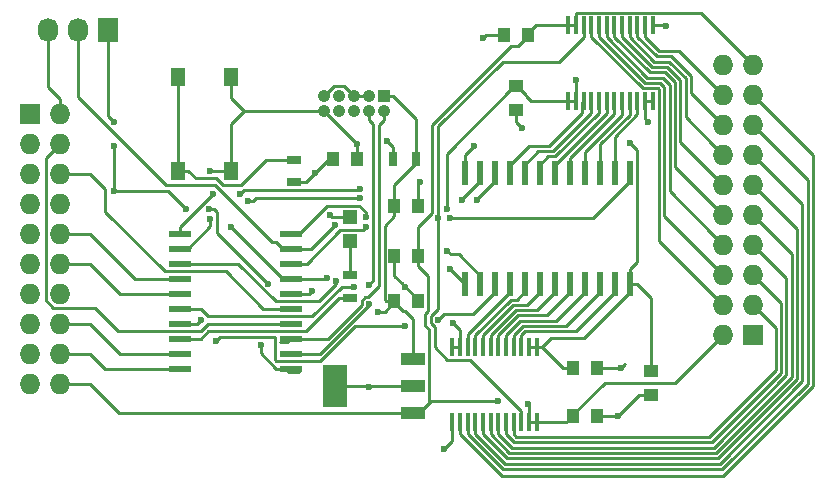
<source format=gtl>
G04 #@! TF.FileFunction,Copper,L1,Top,Signal*
%FSLAX46Y46*%
G04 Gerber Fmt 4.6, Leading zero omitted, Abs format (unit mm)*
G04 Created by KiCad (PCBNEW 4.0.1-stable) date Wednesday, August 10, 2016 'PMt' 07:16:23 PM*
%MOMM*%
G01*
G04 APERTURE LIST*
%ADD10C,0.100000*%
%ADD11R,1.950000X0.600000*%
%ADD12R,1.000000X1.250000*%
%ADD13R,1.198880X1.198880*%
%ADD14R,1.300000X0.700000*%
%ADD15R,0.700000X1.300000*%
%ADD16R,2.032000X3.657600*%
%ADD17R,2.032000X1.016000*%
%ADD18R,1.050000X1.050000*%
%ADD19C,1.050000*%
%ADD20R,1.300000X1.550000*%
%ADD21R,1.727200X1.727200*%
%ADD22O,1.727200X1.727200*%
%ADD23R,1.727200X2.032000*%
%ADD24O,1.727200X2.032000*%
%ADD25R,0.600000X2.000000*%
%ADD26R,0.400000X1.500000*%
%ADD27R,1.250000X1.000000*%
%ADD28C,0.600000*%
%ADD29C,0.250000*%
G04 APERTURE END LIST*
D10*
D11*
X131536458Y-130380810D03*
X131536458Y-131650810D03*
X131536458Y-132920810D03*
X131536458Y-134190810D03*
X131536458Y-135460810D03*
X131536458Y-136730810D03*
X131536458Y-138000810D03*
X131536458Y-139270810D03*
X131536458Y-140540810D03*
X131536458Y-141810810D03*
X140936458Y-141810810D03*
X140936458Y-140540810D03*
X140936458Y-139270810D03*
X140936458Y-138000810D03*
X140936458Y-136730810D03*
X140936458Y-135460810D03*
X140936458Y-134190810D03*
X140936458Y-132920810D03*
X140936458Y-131650810D03*
X140936458Y-130380810D03*
D12*
X146526458Y-124025810D03*
X144526458Y-124025810D03*
X151676458Y-128025810D03*
X149676458Y-128025810D03*
X151716458Y-132225810D03*
X149716458Y-132225810D03*
X149716458Y-136065810D03*
X151716458Y-136065810D03*
D13*
X145966458Y-131023850D03*
X145966458Y-128925810D03*
D14*
X145966458Y-133875810D03*
X145966458Y-135775810D03*
D15*
X151526458Y-124025810D03*
X149626458Y-124025810D03*
D14*
X141200458Y-124093810D03*
X141200458Y-125993810D03*
D16*
X144672458Y-143265810D03*
D17*
X151276458Y-143265810D03*
X151276458Y-140979810D03*
X151276458Y-145551810D03*
D18*
X148820458Y-118693810D03*
D19*
X147550458Y-118693810D03*
X146280458Y-118693810D03*
X145010458Y-118693810D03*
X143740458Y-118693810D03*
X147550458Y-119963810D03*
X146280458Y-119963810D03*
X145010458Y-119963810D03*
X143740458Y-119963810D03*
X148820458Y-119963810D03*
D20*
X131366458Y-117093810D03*
X135866458Y-117093810D03*
X135866458Y-125043810D03*
X131366458Y-125043810D03*
D21*
X118872000Y-120217810D03*
D22*
X121412000Y-120217810D03*
X118872000Y-122757810D03*
X121412000Y-122757810D03*
X118872000Y-125297810D03*
X121412000Y-125297810D03*
X118872000Y-127837810D03*
X121412000Y-127837810D03*
X118872000Y-130377810D03*
X121412000Y-130377810D03*
X118872000Y-132917810D03*
X121412000Y-132917810D03*
X118872000Y-135457810D03*
X121412000Y-135457810D03*
X118872000Y-137997810D03*
X121412000Y-137997810D03*
X118872000Y-140537810D03*
X121412000Y-140537810D03*
X118872000Y-143077810D03*
X121412000Y-143077810D03*
D23*
X125452458Y-113105810D03*
D24*
X122912458Y-113105810D03*
X120372458Y-113105810D03*
D21*
X180086000Y-138938000D03*
D22*
X177546000Y-138938000D03*
X180086000Y-136398000D03*
X177546000Y-136398000D03*
X180086000Y-133858000D03*
X177546000Y-133858000D03*
X180086000Y-131318000D03*
X177546000Y-131318000D03*
X180086000Y-128778000D03*
X177546000Y-128778000D03*
X180086000Y-126238000D03*
X177546000Y-126238000D03*
X180086000Y-123698000D03*
X177546000Y-123698000D03*
X180086000Y-121158000D03*
X177546000Y-121158000D03*
X180086000Y-118618000D03*
X177546000Y-118618000D03*
X180086000Y-116078000D03*
X177546000Y-116078000D03*
D25*
X169672000Y-134620000D03*
X168402000Y-134620000D03*
X167132000Y-134620000D03*
X165862000Y-134620000D03*
X164592000Y-134620000D03*
X163322000Y-134620000D03*
X162052000Y-134620000D03*
X160782000Y-134620000D03*
X159512000Y-134620000D03*
X158242000Y-134620000D03*
X156972000Y-134620000D03*
X155702000Y-134620000D03*
X169672000Y-125220000D03*
X168402000Y-125220000D03*
X167132000Y-125220000D03*
X165862000Y-125220000D03*
X164592000Y-125220000D03*
X163322000Y-125220000D03*
X162052000Y-125220000D03*
X160782000Y-125220000D03*
X159512000Y-125220000D03*
X158242000Y-125220000D03*
X156972000Y-125220000D03*
X155702000Y-125220000D03*
D26*
X161776000Y-146354000D03*
X161126000Y-146354000D03*
X160476000Y-146354000D03*
X159826000Y-146354000D03*
X159176000Y-146354000D03*
X158526000Y-146354000D03*
X157876000Y-146354000D03*
X157226000Y-146354000D03*
X156576000Y-146354000D03*
X155926000Y-146354000D03*
X155276000Y-146354000D03*
X154626000Y-146354000D03*
X161776000Y-139954000D03*
X161126000Y-139954000D03*
X160476000Y-139954000D03*
X159826000Y-139954000D03*
X159176000Y-139954000D03*
X158526000Y-139954000D03*
X157876000Y-139954000D03*
X157226000Y-139954000D03*
X156576000Y-139954000D03*
X155926000Y-139954000D03*
X155276000Y-139954000D03*
X154626000Y-139954000D03*
X164450000Y-112726000D03*
X165100000Y-112726000D03*
X165750000Y-112726000D03*
X166400000Y-112726000D03*
X167050000Y-112726000D03*
X167700000Y-112726000D03*
X168350000Y-112726000D03*
X169000000Y-112726000D03*
X169650000Y-112726000D03*
X170300000Y-112726000D03*
X170950000Y-112726000D03*
X171600000Y-112726000D03*
X164450000Y-119126000D03*
X165100000Y-119126000D03*
X165750000Y-119126000D03*
X166400000Y-119126000D03*
X167050000Y-119126000D03*
X167700000Y-119126000D03*
X168350000Y-119126000D03*
X169000000Y-119126000D03*
X169650000Y-119126000D03*
X170300000Y-119126000D03*
X170950000Y-119126000D03*
X171600000Y-119126000D03*
D27*
X171450000Y-144018000D03*
X171450000Y-142018000D03*
X159996458Y-119872000D03*
X159996458Y-117872000D03*
D12*
X166846000Y-141732000D03*
X164846000Y-141732000D03*
X159020000Y-113538000D03*
X161020000Y-113538000D03*
X166846000Y-145796000D03*
X164846000Y-145796000D03*
D28*
X156464000Y-122936000D03*
X144272000Y-128778000D03*
X151892000Y-125984000D03*
X143002000Y-125222000D03*
X150622000Y-134874000D03*
X153924000Y-148590000D03*
X154686000Y-137922000D03*
X160528000Y-121412000D03*
X157226000Y-113792000D03*
X171196000Y-120904000D03*
X172720000Y-112776000D03*
X168656000Y-145796000D03*
X168910000Y-141732000D03*
X142724458Y-135203810D03*
X147550458Y-143331810D03*
X133996279Y-128253631D03*
X138383563Y-139771021D03*
X139038700Y-134598790D03*
X146526458Y-122749810D03*
X149074458Y-122503810D03*
X134088458Y-125043810D03*
X161036000Y-144780000D03*
X158496000Y-144526000D03*
X125984000Y-122936000D03*
X125984000Y-120904000D03*
X125984000Y-126746000D03*
X132080000Y-128270000D03*
X135890000Y-129794000D03*
X144009425Y-134150982D03*
X148312450Y-136981810D03*
X147566479Y-136350991D03*
X147550458Y-134695810D03*
X154138859Y-128287630D03*
X144674965Y-129647766D03*
X165100000Y-117348000D03*
X169672000Y-122682000D03*
X146810538Y-126576367D03*
X156718000Y-127508000D03*
X136652000Y-127000000D03*
X134366000Y-127000000D03*
X134112000Y-129168980D03*
X146817441Y-127376349D03*
X137291801Y-127625020D03*
X155448000Y-127508000D03*
X154178000Y-131826000D03*
X144780000Y-134366000D03*
X154432000Y-133350000D03*
X146304000Y-134874000D03*
X153416000Y-137668000D03*
X150622000Y-138176000D03*
X134620000Y-139446000D03*
X133350000Y-137668000D03*
X154432000Y-129032000D03*
X147320000Y-129794000D03*
X147320000Y-128993987D03*
X153416000Y-129032004D03*
D29*
X170434000Y-144018000D02*
X168656000Y-145796000D01*
X171450000Y-144018000D02*
X170434000Y-144018000D01*
X155702000Y-125220000D02*
X155702000Y-123698000D01*
X155702000Y-123698000D02*
X156464000Y-122936000D01*
X144419810Y-128925810D02*
X144272000Y-128778000D01*
X145966458Y-128925810D02*
X144419810Y-128925810D01*
X151676458Y-128025810D02*
X151676458Y-126199542D01*
X151676458Y-126199542D02*
X151892000Y-125984000D01*
X144526458Y-124025810D02*
X144198190Y-124025810D01*
X144198190Y-124025810D02*
X143002000Y-125222000D01*
X142230190Y-125993810D02*
X142702001Y-125521999D01*
X142702001Y-125521999D02*
X143002000Y-125222000D01*
X141200458Y-125993810D02*
X142230190Y-125993810D01*
X150649648Y-134874000D02*
X150622000Y-134874000D01*
X149716458Y-132225810D02*
X149716458Y-133968458D01*
X151716458Y-135940810D02*
X150649648Y-134874000D01*
X149716458Y-133968458D02*
X150322001Y-134574001D01*
X151716458Y-136065810D02*
X151716458Y-135940810D01*
X150322001Y-134574001D02*
X150622000Y-134874000D01*
X154626000Y-146354000D02*
X154626000Y-147888000D01*
X154626000Y-147888000D02*
X153924000Y-148590000D01*
X155276000Y-139954000D02*
X155276000Y-138512000D01*
X155276000Y-138512000D02*
X154686000Y-137922000D01*
X154626000Y-139954000D02*
X155276000Y-139954000D01*
X151676458Y-128025810D02*
X151676458Y-128150810D01*
X159996458Y-119872000D02*
X159996458Y-120880458D01*
X159996458Y-120880458D02*
X160528000Y-121412000D01*
X159020000Y-113538000D02*
X157480000Y-113538000D01*
X157480000Y-113538000D02*
X157226000Y-113792000D01*
X169209999Y-141432001D02*
X168910000Y-141732000D01*
X170950000Y-119126000D02*
X170950000Y-120658000D01*
X170950000Y-120658000D02*
X171196000Y-120904000D01*
X170950000Y-119126000D02*
X171600000Y-119126000D01*
X171600000Y-112726000D02*
X172670000Y-112726000D01*
X172670000Y-112726000D02*
X172720000Y-112776000D01*
X166846000Y-145796000D02*
X168656000Y-145796000D01*
X166846000Y-141732000D02*
X168910000Y-141732000D01*
X140936458Y-135460810D02*
X142467458Y-135460810D01*
X142467458Y-135460810D02*
X142724458Y-135203810D01*
X146280458Y-118693810D02*
X145430457Y-117843809D01*
X145430457Y-117843809D02*
X144590459Y-117843809D01*
X144590459Y-117843809D02*
X144265457Y-118168811D01*
X144265457Y-118168811D02*
X143740458Y-118693810D01*
X147550458Y-118693810D02*
X146280458Y-118693810D01*
X149716458Y-132350810D02*
X149716458Y-132225810D01*
X144672458Y-143265810D02*
X147484458Y-143265810D01*
X147484458Y-143265810D02*
X147550458Y-143331810D01*
X151276458Y-143265810D02*
X147616458Y-143265810D01*
X147616458Y-143265810D02*
X147550458Y-143331810D01*
X134420543Y-128253631D02*
X133996279Y-128253631D01*
X134737001Y-128570089D02*
X134420543Y-128253631D01*
X139038700Y-134598790D02*
X134737001Y-130297091D01*
X134737001Y-130297091D02*
X134737001Y-128570089D01*
X139710045Y-141810810D02*
X138383563Y-140484328D01*
X140936458Y-141810810D02*
X139710045Y-141810810D01*
X138383563Y-140195285D02*
X138383563Y-139771021D01*
X138383563Y-140484328D02*
X138383563Y-140195285D01*
X149626458Y-124025810D02*
X149626458Y-123055810D01*
X149626458Y-123055810D02*
X149074458Y-122503810D01*
X134088458Y-125043810D02*
X135866458Y-125043810D01*
X136964458Y-119963810D02*
X135866458Y-121061810D01*
X135866458Y-121061810D02*
X135866458Y-125043810D01*
X136964458Y-119963810D02*
X135866458Y-118865810D01*
X135866458Y-118865810D02*
X135866458Y-117093810D01*
X143740458Y-119963810D02*
X136964458Y-119963810D01*
X146526458Y-124025810D02*
X146526458Y-122749810D01*
X146526458Y-122749810D02*
X143740458Y-119963810D01*
X149626458Y-124025810D02*
X149626458Y-123725810D01*
X140678218Y-142046570D02*
X141611938Y-142046570D01*
X140678218Y-142046570D02*
X141571298Y-142046570D01*
X123928458Y-143077810D02*
X121412000Y-143077810D01*
X160194999Y-114488001D02*
X161020000Y-113663000D01*
X161020000Y-113663000D02*
X161020000Y-113538000D01*
X151716458Y-132225810D02*
X151716458Y-129806538D01*
X159577999Y-114488001D02*
X160194999Y-114488001D01*
X151716458Y-129806538D02*
X152908000Y-128614996D01*
X152908000Y-128614996D02*
X152908000Y-121158000D01*
X152908000Y-121158000D02*
X159577999Y-114488001D01*
X152617459Y-138430871D02*
X152340986Y-138154398D01*
X152541459Y-136950811D02*
X152541459Y-133925811D01*
X152340986Y-137151284D02*
X152541459Y-136950811D01*
X152541459Y-133925811D02*
X151716458Y-133100810D01*
X152617459Y-144718809D02*
X152617459Y-138430871D01*
X152340986Y-138154398D02*
X152340986Y-137151284D01*
X151716458Y-133100810D02*
X151716458Y-132225810D01*
X161126000Y-144870000D02*
X161036000Y-144780000D01*
X161126000Y-146354000D02*
X161126000Y-144870000D01*
X158496000Y-144526000D02*
X152810268Y-144526000D01*
X152810268Y-144526000D02*
X152617459Y-144718809D01*
X165100000Y-112726000D02*
X165100000Y-111726000D01*
X175658999Y-111650999D02*
X179222401Y-115214401D01*
X165100000Y-111726000D02*
X165175001Y-111650999D01*
X165175001Y-111650999D02*
X175658999Y-111650999D01*
X179222401Y-115214401D02*
X180086000Y-116078000D01*
X165100000Y-112726000D02*
X164450000Y-112726000D01*
X161020000Y-113538000D02*
X161020000Y-113413000D01*
X161020000Y-113413000D02*
X161707000Y-112726000D01*
X161707000Y-112726000D02*
X164000000Y-112726000D01*
X164000000Y-112726000D02*
X164450000Y-112726000D01*
X161776000Y-146354000D02*
X161126000Y-146354000D01*
X167515000Y-143002000D02*
X173482000Y-143002000D01*
X173482000Y-143002000D02*
X177546000Y-138938000D01*
X164846000Y-145796000D02*
X164846000Y-145671000D01*
X164846000Y-145671000D02*
X167515000Y-143002000D01*
X161776000Y-146354000D02*
X164288000Y-146354000D01*
X164288000Y-146354000D02*
X164846000Y-145796000D01*
X151276458Y-145551810D02*
X151784458Y-145551810D01*
X151784458Y-145551810D02*
X152617459Y-144718809D01*
X123928458Y-143077810D02*
X126402458Y-145551810D01*
X126402458Y-145551810D02*
X151276458Y-145551810D01*
X125452458Y-120372458D02*
X125730000Y-120650000D01*
X125452458Y-113105810D02*
X125452458Y-120372458D01*
X125730000Y-120650000D02*
X125984000Y-120904000D01*
X125984000Y-122936000D02*
X125984000Y-126746000D01*
X132080000Y-128270000D02*
X130556000Y-126746000D01*
X130556000Y-126746000D02*
X125984000Y-126746000D01*
X140261458Y-134190810D02*
X135890000Y-129819352D01*
X135890000Y-129819352D02*
X135890000Y-129794000D01*
X143969597Y-134190810D02*
X144009425Y-134150982D01*
X140936458Y-134190810D02*
X143969597Y-134190810D01*
X148736714Y-136981810D02*
X148312450Y-136981810D01*
X148925458Y-136981810D02*
X148736714Y-136981810D01*
X149716458Y-136190810D02*
X148925458Y-136981810D01*
X148966458Y-136065810D02*
X149716458Y-136065810D01*
X140261458Y-134190810D02*
X140936458Y-134190810D01*
X151526458Y-124025810D02*
X151526458Y-120624810D01*
X151526458Y-120624810D02*
X149595458Y-118693810D01*
X149595458Y-118693810D02*
X148820458Y-118693810D01*
X151526458Y-124025810D02*
X151526458Y-124369810D01*
X151526458Y-124369810D02*
X149676458Y-126219810D01*
X149676458Y-126219810D02*
X149676458Y-128025810D01*
X148891457Y-135990809D02*
X148891457Y-129685811D01*
X148966458Y-136065810D02*
X148891457Y-135990809D01*
X148891457Y-129685811D02*
X149676458Y-128900810D01*
X149676458Y-128900810D02*
X149676458Y-128025810D01*
X151276458Y-140979810D02*
X151276458Y-137625810D01*
X151276458Y-137625810D02*
X150591458Y-136940810D01*
X150591458Y-136940810D02*
X150466458Y-136940810D01*
X150466458Y-136940810D02*
X149716458Y-136190810D01*
X149716458Y-136190810D02*
X149716458Y-136065810D01*
X145966458Y-131023850D02*
X145966458Y-131873290D01*
X145966458Y-131873290D02*
X145966458Y-133875810D01*
X146941459Y-136385811D02*
X146941459Y-136050940D01*
X140936458Y-139270810D02*
X144056460Y-139270810D01*
X147511887Y-135725989D02*
X148395013Y-134842863D01*
X148820458Y-120706272D02*
X148820458Y-119963810D01*
X144056460Y-139270810D02*
X146941459Y-136385811D01*
X146941459Y-136050940D02*
X147266410Y-135725989D01*
X148395013Y-121131717D02*
X148820458Y-120706272D01*
X147266410Y-135725989D02*
X147511887Y-135725989D01*
X148395013Y-134842863D02*
X148395013Y-121131717D01*
X140678218Y-139506570D02*
X140072698Y-139506570D01*
X147550458Y-120706272D02*
X147550458Y-119963810D01*
X147550458Y-134695810D02*
X147945002Y-134301266D01*
X147945002Y-134301266D02*
X147945002Y-121100816D01*
X147945002Y-121100816D02*
X147550458Y-120706272D01*
X143422871Y-140540810D02*
X147566479Y-136397202D01*
X140936458Y-140540810D02*
X143422871Y-140540810D01*
X147566479Y-136397202D02*
X147566479Y-136350991D01*
X123928458Y-140537810D02*
X121412000Y-140537810D01*
X123928458Y-140537810D02*
X125201458Y-141810810D01*
X125201458Y-141810810D02*
X131536458Y-141810810D01*
X123928458Y-137997810D02*
X121412000Y-137997810D01*
X123928458Y-137997810D02*
X126471458Y-140540810D01*
X126471458Y-140540810D02*
X131536458Y-140540810D01*
X132211458Y-140540810D02*
X131536458Y-140540810D01*
X145966458Y-135775810D02*
X145066458Y-135775810D01*
X132761458Y-139270810D02*
X131536458Y-139270810D01*
X145066458Y-135775810D02*
X142196459Y-138645809D01*
X133308605Y-139270810D02*
X132761458Y-139270810D01*
X133933606Y-138645809D02*
X133308605Y-139270810D01*
X142196459Y-138645809D02*
X133933606Y-138645809D01*
X123928458Y-132917810D02*
X121412000Y-132917810D01*
X123928458Y-132917810D02*
X126471458Y-135460810D01*
X126471458Y-135460810D02*
X131536458Y-135460810D01*
X123928458Y-130377810D02*
X121412000Y-130377810D01*
X123928458Y-130377810D02*
X127741458Y-134190810D01*
X127741458Y-134190810D02*
X131536458Y-134190810D01*
X132893635Y-125670987D02*
X132266458Y-125043810D01*
X135187013Y-126259598D02*
X134598402Y-125670987D01*
X138887188Y-124093810D02*
X136721400Y-126259598D01*
X141200458Y-124093810D02*
X138887188Y-124093810D01*
X136721400Y-126259598D02*
X135187013Y-126259598D01*
X134598402Y-125670987D02*
X132893635Y-125670987D01*
X132266458Y-125043810D02*
X131366458Y-125043810D01*
X131366458Y-125043810D02*
X131366458Y-117093810D01*
X140936458Y-136730810D02*
X138634400Y-136730810D01*
X138634400Y-136730810D02*
X135469399Y-133565809D01*
X135469399Y-133565809D02*
X130263809Y-133565809D01*
X130263809Y-133565809D02*
X125222000Y-128524000D01*
X125222000Y-126591352D02*
X123928458Y-125297810D01*
X125222000Y-128524000D02*
X125222000Y-126591352D01*
X123928458Y-125297810D02*
X121412000Y-125297810D01*
X140936458Y-138000810D02*
X133942194Y-138000810D01*
X133942194Y-138000810D02*
X133317193Y-138625811D01*
X133317193Y-138625811D02*
X126315589Y-138625811D01*
X126315589Y-138625811D02*
X124336189Y-136646411D01*
X120841471Y-136646411D02*
X120223399Y-136028339D01*
X124336189Y-136646411D02*
X120841471Y-136646411D01*
X120223399Y-136028339D02*
X120223399Y-123946411D01*
X120223399Y-123946411D02*
X120548401Y-123621409D01*
X120548401Y-123621409D02*
X121412000Y-122757810D01*
X120372458Y-113105810D02*
X120372458Y-116586000D01*
X120372458Y-116586000D02*
X120372458Y-116661810D01*
X121412000Y-120217810D02*
X121412000Y-118996496D01*
X121412000Y-118996496D02*
X120372458Y-117956954D01*
X120372458Y-117956954D02*
X120372458Y-116586000D01*
X171450000Y-142018000D02*
X171450000Y-135848000D01*
X171450000Y-135848000D02*
X170222000Y-134620000D01*
X170222000Y-134620000D02*
X169672000Y-134620000D01*
X122912458Y-118757462D02*
X122912458Y-114371810D01*
X134529004Y-126238000D02*
X130392996Y-126238000D01*
X139391814Y-131100810D02*
X134529004Y-126238000D01*
X140261458Y-131650810D02*
X139711458Y-131100810D01*
X130392996Y-126238000D02*
X122912458Y-118757462D01*
X140936458Y-131650810D02*
X140261458Y-131650810D01*
X139711458Y-131100810D02*
X139391814Y-131100810D01*
X122912458Y-114371810D02*
X122912458Y-113105810D01*
X159871458Y-117872000D02*
X154138859Y-123604599D01*
X154138859Y-123604599D02*
X154138859Y-127863366D01*
X159996458Y-117872000D02*
X159871458Y-117872000D01*
X154138859Y-127863366D02*
X154138859Y-128287630D01*
X142671921Y-131650810D02*
X144374966Y-129947765D01*
X144374966Y-129947765D02*
X144674965Y-129647766D01*
X140936458Y-131650810D02*
X142671921Y-131650810D01*
X165100000Y-117348000D02*
X165100000Y-119126000D01*
X169672000Y-134620000D02*
X169672000Y-133370000D01*
X169672000Y-133370000D02*
X170297001Y-132744999D01*
X170297001Y-132744999D02*
X170297001Y-123307001D01*
X170297001Y-123307001D02*
X169672000Y-122682000D01*
X164450000Y-119126000D02*
X161250458Y-119126000D01*
X160871458Y-118622000D02*
X160121458Y-117872000D01*
X161250458Y-119126000D02*
X160871458Y-118747000D01*
X160871458Y-118747000D02*
X160871458Y-118622000D01*
X160121458Y-117872000D02*
X159996458Y-117872000D01*
X164450000Y-119126000D02*
X165100000Y-119126000D01*
X162226000Y-139954000D02*
X164004000Y-141732000D01*
X164004000Y-141732000D02*
X164846000Y-141732000D01*
X162988000Y-139192000D02*
X165800000Y-139192000D01*
X165800000Y-139192000D02*
X169672000Y-135320000D01*
X169672000Y-135320000D02*
X169672000Y-134620000D01*
X161776000Y-139954000D02*
X162226000Y-139954000D01*
X162226000Y-139954000D02*
X162988000Y-139192000D01*
X161126000Y-139954000D02*
X161776000Y-139954000D01*
X160055811Y-147583811D02*
X176383319Y-147583811D01*
X159826000Y-147354000D02*
X160055811Y-147583811D01*
X159826000Y-146354000D02*
X159826000Y-147354000D01*
X176383319Y-147583811D02*
X182015923Y-141951207D01*
X180949599Y-137261599D02*
X180086000Y-136398000D01*
X182015923Y-138327923D02*
X180949599Y-137261599D01*
X182015923Y-141951207D02*
X182015923Y-138327923D01*
X166400000Y-112726000D02*
X166400000Y-113726000D01*
X170724999Y-118050999D02*
X172060001Y-118050999D01*
X172125001Y-118115999D02*
X172125001Y-130977001D01*
X166400000Y-113726000D02*
X170724999Y-118050999D01*
X172125001Y-130977001D02*
X176682401Y-135534401D01*
X172060001Y-118050999D02*
X172125001Y-118115999D01*
X176682401Y-135534401D02*
X177546000Y-136398000D01*
X180949599Y-134721599D02*
X180086000Y-133858000D01*
X182465934Y-136237934D02*
X180949599Y-134721599D01*
X182465934Y-142137606D02*
X182465934Y-136237934D01*
X159855822Y-148033822D02*
X176569718Y-148033822D01*
X176569718Y-148033822D02*
X182465934Y-142137606D01*
X159176000Y-147354000D02*
X159855822Y-148033822D01*
X159176000Y-146354000D02*
X159176000Y-147354000D01*
X172575012Y-117929599D02*
X172575012Y-128887012D01*
X176682401Y-132994401D02*
X177546000Y-133858000D01*
X172575012Y-128887012D02*
X176682401Y-132994401D01*
X167050000Y-112726000D02*
X167050000Y-113726000D01*
X172246401Y-117600988D02*
X172575012Y-117929599D01*
X170924988Y-117600988D02*
X172246401Y-117600988D01*
X167050000Y-113726000D02*
X170924988Y-117600988D01*
X182915945Y-134147945D02*
X180949599Y-132181599D01*
X182915945Y-142324005D02*
X182915945Y-134147945D01*
X158526000Y-147354000D02*
X159655833Y-148483833D01*
X158526000Y-146354000D02*
X158526000Y-147354000D01*
X159655833Y-148483833D02*
X176756117Y-148483833D01*
X180949599Y-132181599D02*
X180086000Y-131318000D01*
X176756117Y-148483833D02*
X182915945Y-142324005D01*
X167700000Y-113726000D02*
X171124977Y-117150977D01*
X172432801Y-117150977D02*
X173025023Y-117743199D01*
X173025023Y-126797023D02*
X176682401Y-130454401D01*
X171124977Y-117150977D02*
X172432801Y-117150977D01*
X167700000Y-112726000D02*
X167700000Y-113726000D01*
X173025023Y-117743199D02*
X173025023Y-126797023D01*
X176682401Y-130454401D02*
X177546000Y-131318000D01*
X180949599Y-129641599D02*
X180086000Y-128778000D01*
X176942516Y-148933844D02*
X183365956Y-142510404D01*
X157876000Y-147354000D02*
X159455844Y-148933844D01*
X183365956Y-142510404D02*
X183365956Y-132057956D01*
X183365956Y-132057956D02*
X180949599Y-129641599D01*
X159455844Y-148933844D02*
X176942516Y-148933844D01*
X157876000Y-146354000D02*
X157876000Y-147354000D01*
X171324966Y-116700966D02*
X172619201Y-116700966D01*
X173475034Y-117556799D02*
X173475034Y-124707034D01*
X176682401Y-127914401D02*
X177546000Y-128778000D01*
X172619201Y-116700966D02*
X173475034Y-117556799D01*
X173475034Y-124707034D02*
X176682401Y-127914401D01*
X168350000Y-112726000D02*
X168350000Y-113726000D01*
X168350000Y-113726000D02*
X171324966Y-116700966D01*
X177128915Y-149383855D02*
X183815967Y-142696803D01*
X180949599Y-127101599D02*
X180086000Y-126238000D01*
X183815967Y-129967967D02*
X180949599Y-127101599D01*
X183815967Y-142696803D02*
X183815967Y-129967967D01*
X159255855Y-149383855D02*
X177128915Y-149383855D01*
X157226000Y-146354000D02*
X157226000Y-147354000D01*
X157226000Y-147354000D02*
X159255855Y-149383855D01*
X169000000Y-112726000D02*
X169000000Y-113726000D01*
X173925045Y-122617045D02*
X176682401Y-125374401D01*
X172805601Y-116250955D02*
X173925045Y-117370399D01*
X171524955Y-116250955D02*
X172805601Y-116250955D01*
X173925045Y-117370399D02*
X173925045Y-122617045D01*
X176682401Y-125374401D02*
X177546000Y-126238000D01*
X169000000Y-113726000D02*
X171524955Y-116250955D01*
X184265978Y-142883202D02*
X184265978Y-127877978D01*
X184265978Y-127877978D02*
X180949599Y-124561599D01*
X159055866Y-149833866D02*
X177315314Y-149833866D01*
X156576000Y-147354000D02*
X159055866Y-149833866D01*
X177315314Y-149833866D02*
X184265978Y-142883202D01*
X156576000Y-146354000D02*
X156576000Y-147354000D01*
X180949599Y-124561599D02*
X180086000Y-123698000D01*
X176682401Y-122834401D02*
X177546000Y-123698000D01*
X171724944Y-115800944D02*
X172992001Y-115800944D01*
X174375056Y-120527056D02*
X176682401Y-122834401D01*
X169650000Y-112726000D02*
X169650000Y-113726000D01*
X174375056Y-117183999D02*
X174375056Y-120527056D01*
X172992001Y-115800944D02*
X174375056Y-117183999D01*
X169650000Y-113726000D02*
X171724944Y-115800944D01*
X184715989Y-143069601D02*
X184715989Y-125787989D01*
X177453535Y-150332055D02*
X184715989Y-143069601D01*
X180949599Y-122021599D02*
X180086000Y-121158000D01*
X155926000Y-147354000D02*
X158904055Y-150332055D01*
X184715989Y-125787989D02*
X180949599Y-122021599D01*
X158904055Y-150332055D02*
X177453535Y-150332055D01*
X155926000Y-146354000D02*
X155926000Y-147354000D01*
X173178401Y-115350933D02*
X174825067Y-116997599D01*
X174825067Y-118437067D02*
X176682401Y-120294401D01*
X174825067Y-116997599D02*
X174825067Y-118437067D01*
X171924933Y-115350933D02*
X173178401Y-115350933D01*
X170300000Y-112726000D02*
X170300000Y-113726000D01*
X176682401Y-120294401D02*
X177546000Y-121158000D01*
X170300000Y-113726000D02*
X171924933Y-115350933D01*
X185166000Y-123698000D02*
X180949599Y-119481599D01*
X155276000Y-147354000D02*
X158798000Y-150876000D01*
X158798000Y-150876000D02*
X177546000Y-150876000D01*
X180949599Y-119481599D02*
X180086000Y-118618000D01*
X155276000Y-146354000D02*
X155276000Y-147354000D01*
X177546000Y-150876000D02*
X185166000Y-143256000D01*
X185166000Y-143256000D02*
X185166000Y-123698000D01*
X176682401Y-117754401D02*
X177546000Y-118618000D01*
X170950000Y-113726000D02*
X172124922Y-114900922D01*
X173828922Y-114900922D02*
X176682401Y-117754401D01*
X172124922Y-114900922D02*
X173828922Y-114900922D01*
X170950000Y-112726000D02*
X170950000Y-113726000D01*
X136652000Y-127000000D02*
X136951999Y-126700001D01*
X146686904Y-126700001D02*
X146810538Y-126576367D01*
X136951999Y-126700001D02*
X146686904Y-126700001D01*
X156718000Y-127444000D02*
X156718000Y-127508000D01*
X158242000Y-125920000D02*
X156718000Y-127444000D01*
X158242000Y-125220000D02*
X158242000Y-125920000D01*
X131536458Y-130380810D02*
X131536458Y-129829542D01*
X131536458Y-129829542D02*
X134366000Y-127000000D01*
X131536458Y-130111810D02*
X131536458Y-130380810D01*
X132211458Y-131650810D02*
X134112000Y-129750268D01*
X131536458Y-131650810D02*
X132211458Y-131650810D01*
X134112000Y-129593244D02*
X134112000Y-129168980D01*
X134112000Y-129750268D02*
X134112000Y-129593244D01*
X137291801Y-127625020D02*
X137716065Y-127625020D01*
X137716065Y-127625020D02*
X137964736Y-127376349D01*
X137964736Y-127376349D02*
X146817441Y-127376349D01*
X156972000Y-125220000D02*
X156972000Y-125920000D01*
X156972000Y-125920000D02*
X155448000Y-127444000D01*
X155448000Y-127444000D02*
X155448000Y-127508000D01*
X130861458Y-131650810D02*
X131536458Y-131650810D01*
X154178000Y-131826000D02*
X154477999Y-132125999D01*
X154477999Y-132125999D02*
X155177999Y-132125999D01*
X155177999Y-132125999D02*
X156972000Y-133920000D01*
X156972000Y-133920000D02*
X156972000Y-134620000D01*
X144780000Y-134620000D02*
X144780000Y-134366000D01*
X143294191Y-136105809D02*
X144780000Y-134620000D01*
X136476810Y-132920810D02*
X139661809Y-136105809D01*
X139661809Y-136105809D02*
X143294191Y-136105809D01*
X135968810Y-132920810D02*
X136476810Y-132920810D01*
X131536458Y-132920810D02*
X135968810Y-132920810D01*
X145879736Y-134874000D02*
X146304000Y-134874000D01*
X145283266Y-134874000D02*
X145879736Y-134874000D01*
X142781457Y-137375809D02*
X145283266Y-134874000D01*
X133975002Y-137375809D02*
X142781457Y-137375809D01*
X133330003Y-136730810D02*
X133975002Y-137375809D01*
X131536458Y-136730810D02*
X133330003Y-136730810D01*
X154432000Y-133350000D02*
X155702000Y-134620000D01*
X156402000Y-137160000D02*
X153924000Y-137160000D01*
X153715999Y-137368001D02*
X153416000Y-137668000D01*
X153924000Y-137160000D02*
X153715999Y-137368001D01*
X158242000Y-134620000D02*
X158242000Y-135320000D01*
X158242000Y-135320000D02*
X156402000Y-137160000D01*
X134620000Y-139446000D02*
X134919999Y-139146001D01*
X139701457Y-141165811D02*
X143434280Y-141165811D01*
X139590458Y-139146001D02*
X139636457Y-139192000D01*
X139636457Y-139306401D02*
X139622688Y-139320170D01*
X139636457Y-139192000D02*
X139636457Y-139306401D01*
X143434280Y-141165811D02*
X146424091Y-138176000D01*
X134919999Y-139146001D02*
X139590458Y-139146001D01*
X139622688Y-139320170D02*
X139622688Y-141087042D01*
X139622688Y-141087042D02*
X139701457Y-141165811D01*
X146424091Y-138176000D02*
X150622000Y-138176000D01*
X133017190Y-138000810D02*
X133350000Y-137668000D01*
X131536458Y-138000810D02*
X133017190Y-138000810D01*
X130861458Y-138000810D02*
X131536458Y-138000810D01*
X154856264Y-129032000D02*
X154432000Y-129032000D01*
X166560000Y-129032000D02*
X154856264Y-129032000D01*
X169672000Y-125920000D02*
X166560000Y-129032000D01*
X169672000Y-125220000D02*
X169672000Y-125920000D01*
X147020001Y-130093999D02*
X147320000Y-129794000D01*
X142285616Y-132920810D02*
X145107017Y-130099409D01*
X145107017Y-130099409D02*
X147014591Y-130099409D01*
X140936458Y-132920810D02*
X142285616Y-132920810D01*
X147014591Y-130099409D02*
X147020001Y-130093999D01*
X146751646Y-128001369D02*
X147320000Y-128569723D01*
X143990899Y-128001369D02*
X146751646Y-128001369D01*
X141611458Y-130380810D02*
X143990899Y-128001369D01*
X140936458Y-130380810D02*
X141611458Y-130380810D01*
X147320000Y-128569723D02*
X147320000Y-128993987D01*
X158878410Y-115824000D02*
X153416000Y-121286410D01*
X153416000Y-136712681D02*
X153416000Y-129456268D01*
X163652000Y-115824000D02*
X158878410Y-115824000D01*
X152790997Y-137967999D02*
X152790997Y-137337684D01*
X165750000Y-112726000D02*
X165750000Y-113726000D01*
X153115997Y-139978999D02*
X153115997Y-138292999D01*
X156151001Y-141029001D02*
X154165999Y-141029001D01*
X153115997Y-138292999D02*
X152790997Y-137967999D01*
X153416000Y-129456268D02*
X153416000Y-129032004D01*
X154165999Y-141029001D02*
X153115997Y-139978999D01*
X160476000Y-146354000D02*
X160476000Y-145354000D01*
X165750000Y-113726000D02*
X163652000Y-115824000D01*
X160476000Y-145354000D02*
X156151001Y-141029001D01*
X153416000Y-121286410D02*
X153416000Y-128607740D01*
X152790997Y-137337684D02*
X153416000Y-136712681D01*
X153416000Y-128607740D02*
X153416000Y-129032004D01*
X160476000Y-138954000D02*
X160476000Y-139954000D01*
X165076933Y-138645067D02*
X160784933Y-138645067D01*
X168402000Y-135320000D02*
X165076933Y-138645067D01*
X168402000Y-134620000D02*
X168402000Y-135320000D01*
X160784933Y-138645067D02*
X160476000Y-138954000D01*
X160584944Y-138195056D02*
X159826000Y-138954000D01*
X167132000Y-134620000D02*
X167132000Y-135320000D01*
X159826000Y-138954000D02*
X159826000Y-139954000D01*
X167132000Y-135320000D02*
X164256944Y-138195056D01*
X164256944Y-138195056D02*
X160584944Y-138195056D01*
X159176000Y-138954000D02*
X159176000Y-139954000D01*
X165862000Y-135320000D02*
X163436955Y-137745045D01*
X163436955Y-137745045D02*
X160384955Y-137745045D01*
X160384955Y-137745045D02*
X159176000Y-138954000D01*
X165862000Y-134620000D02*
X165862000Y-135320000D01*
X164592000Y-135320000D02*
X162616966Y-137295034D01*
X162616966Y-137295034D02*
X160184966Y-137295034D01*
X160184966Y-137295034D02*
X158526000Y-138954000D01*
X164592000Y-134620000D02*
X164592000Y-135320000D01*
X158526000Y-138954000D02*
X158526000Y-139954000D01*
X161796977Y-136845023D02*
X159984977Y-136845023D01*
X159984977Y-136845023D02*
X157876000Y-138954000D01*
X163322000Y-134620000D02*
X163322000Y-135320000D01*
X157876000Y-138954000D02*
X157876000Y-139954000D01*
X163322000Y-135320000D02*
X161796977Y-136845023D01*
X157226000Y-138954000D02*
X157226000Y-139954000D01*
X162052000Y-135320000D02*
X160976988Y-136395012D01*
X162052000Y-134620000D02*
X162052000Y-135320000D01*
X159763344Y-136395012D02*
X157226000Y-138932356D01*
X160976988Y-136395012D02*
X159763344Y-136395012D01*
X157226000Y-138932356D02*
X157226000Y-138954000D01*
X159576944Y-135945001D02*
X156576000Y-138945945D01*
X160072001Y-135945001D02*
X159576944Y-135945001D01*
X160782000Y-134620000D02*
X160782000Y-135235002D01*
X160782000Y-135235002D02*
X160072001Y-135945001D01*
X156576000Y-138954000D02*
X156576000Y-139954000D01*
X156576000Y-138945945D02*
X156576000Y-138954000D01*
X159512000Y-134620000D02*
X159512000Y-135320000D01*
X159512000Y-135320000D02*
X155926000Y-138906000D01*
X155926000Y-138906000D02*
X155926000Y-138954000D01*
X155926000Y-138954000D02*
X155926000Y-139954000D01*
X168402000Y-122173997D02*
X170300000Y-120275997D01*
X170300000Y-120126000D02*
X170300000Y-119126000D01*
X168402000Y-125220000D02*
X168402000Y-122173997D01*
X170300000Y-120275997D02*
X170300000Y-120126000D01*
X169650000Y-120126000D02*
X169650000Y-119126000D01*
X167132000Y-122807587D02*
X169650000Y-120289587D01*
X167132000Y-125220000D02*
X167132000Y-122807587D01*
X169650000Y-120289587D02*
X169650000Y-120126000D01*
X169000000Y-120126000D02*
X169000000Y-119126000D01*
X169000000Y-120303177D02*
X169000000Y-120126000D01*
X165862000Y-123441177D02*
X169000000Y-120303177D01*
X165862000Y-125220000D02*
X165862000Y-123441177D01*
X168350000Y-120126000D02*
X168350000Y-119126000D01*
X164592000Y-123970000D02*
X168350000Y-120212000D01*
X164592000Y-125220000D02*
X164592000Y-123970000D01*
X168350000Y-120212000D02*
X168350000Y-120126000D01*
X163322000Y-125220000D02*
X163322000Y-124520000D01*
X163322000Y-124520000D02*
X167700000Y-120142000D01*
X167700000Y-120142000D02*
X167700000Y-120126000D01*
X167700000Y-120126000D02*
X167700000Y-119126000D01*
X162735978Y-123836022D02*
X163339978Y-123836022D01*
X162052000Y-124520000D02*
X162735978Y-123836022D01*
X162052000Y-125220000D02*
X162052000Y-124520000D01*
X163339978Y-123836022D02*
X167050000Y-120126000D01*
X167050000Y-120126000D02*
X167050000Y-119126000D01*
X163139989Y-123386011D02*
X166400000Y-120126000D01*
X160782000Y-124520000D02*
X161915989Y-123386011D01*
X160782000Y-125220000D02*
X160782000Y-124520000D01*
X161915989Y-123386011D02*
X163139989Y-123386011D01*
X166400000Y-120126000D02*
X166400000Y-119126000D01*
X162825002Y-122936000D02*
X165625001Y-120136001D01*
X161096000Y-122936000D02*
X162825002Y-122936000D01*
X159512000Y-125220000D02*
X159512000Y-124520000D01*
X159512000Y-124520000D02*
X161096000Y-122936000D01*
X165625001Y-120136001D02*
X165625001Y-119250999D01*
X165625001Y-119250999D02*
X165750000Y-119126000D01*
M02*

</source>
